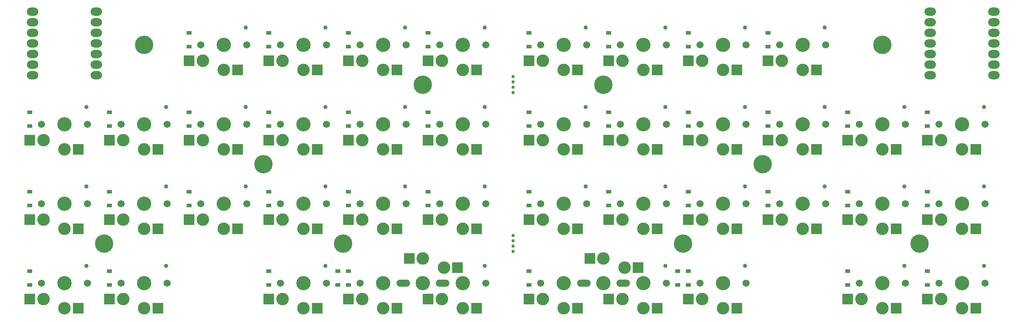
<source format=gbr>
%TF.GenerationSoftware,KiCad,Pcbnew,(6.0.1)*%
%TF.CreationDate,2022-12-03T11:16:14-05:00*%
%TF.ProjectId,DELPHI,44454c50-4849-42e6-9b69-6361645f7063,rev?*%
%TF.SameCoordinates,Original*%
%TF.FileFunction,Soldermask,Bot*%
%TF.FilePolarity,Negative*%
%FSLAX46Y46*%
G04 Gerber Fmt 4.6, Leading zero omitted, Abs format (unit mm)*
G04 Created by KiCad (PCBNEW (6.0.1)) date 2022-12-03 11:16:14*
%MOMM*%
%LPD*%
G01*
G04 APERTURE LIST*
%ADD10C,0.700000*%
%ADD11C,4.400000*%
%ADD12C,3.000000*%
%ADD13C,3.429000*%
%ADD14C,1.701800*%
%ADD15R,2.600000X2.600000*%
%ADD16C,0.990600*%
%ADD17C,0.787400*%
%ADD18O,3.302000X1.701800*%
%ADD19O,2.748280X1.998980*%
%ADD20R,1.200000X0.900000*%
G04 APERTURE END LIST*
D10*
%TO.C,REF\u002A\u002A*%
X120015000Y-53085000D03*
X118848274Y-50268274D03*
X118365000Y-51435000D03*
X121181726Y-52601726D03*
X121665000Y-51435000D03*
D11*
X120015000Y-51435000D03*
D10*
X120015000Y-49785000D03*
X121181726Y-50268274D03*
X118848274Y-52601726D03*
%TD*%
D12*
%TO.C,SW17*%
X105490000Y-102810000D03*
X110490000Y-105010000D03*
D13*
X110490000Y-99060000D03*
D14*
X104990000Y-99060000D03*
D15*
X113765000Y-105010000D03*
X102215000Y-102810000D03*
%TD*%
D10*
%TO.C,REF\u002A\u002A*%
X228220000Y-41910000D03*
D11*
X229870000Y-41910000D03*
D10*
X231036726Y-40743274D03*
X229870000Y-43560000D03*
X228703274Y-43076726D03*
X231520000Y-41910000D03*
X228703274Y-40743274D03*
X229870000Y-40260000D03*
X231036726Y-43076726D03*
%TD*%
D12*
%TO.C,SW5*%
X53340000Y-85960000D03*
D13*
X53340000Y-80010000D03*
D16*
X58560000Y-75810000D03*
D14*
X47840000Y-80010000D03*
X58840000Y-80010000D03*
D12*
X48340000Y-83760000D03*
D15*
X56615000Y-85960000D03*
X45065000Y-83760000D03*
%TD*%
D12*
%TO.C,SW25A*%
X168195000Y-95310000D03*
D13*
X163195000Y-99060000D03*
D12*
X163195000Y-93110000D03*
D15*
X159920000Y-93110000D03*
X171470000Y-95310000D03*
%TD*%
D16*
%TO.C,SW10*%
X96660000Y-37710000D03*
D12*
X86440000Y-45660000D03*
D14*
X85940000Y-41910000D03*
D12*
X91440000Y-47860000D03*
D14*
X96940000Y-41910000D03*
D13*
X91440000Y-41910000D03*
D15*
X94715000Y-47860000D03*
X83165000Y-45660000D03*
%TD*%
D10*
%TO.C,REF\u002A\u002A*%
X237593274Y-90701726D03*
X240410000Y-89535000D03*
X239926726Y-88368274D03*
X237593274Y-88368274D03*
X237110000Y-89535000D03*
X239926726Y-90701726D03*
X238760000Y-87885000D03*
D11*
X238760000Y-89535000D03*
D10*
X238760000Y-91185000D03*
%TD*%
D16*
%TO.C,SW28*%
X177940000Y-75810000D03*
D12*
X172720000Y-85960000D03*
X167720000Y-83760000D03*
D14*
X167220000Y-80010000D03*
X178220000Y-80010000D03*
D13*
X172720000Y-80010000D03*
D15*
X175995000Y-85960000D03*
X164445000Y-83760000D03*
%TD*%
D14*
%TO.C,SW33*%
X186270000Y-99060000D03*
D12*
X191770000Y-105010000D03*
D14*
X197270000Y-99060000D03*
D16*
X196990000Y-94860000D03*
D13*
X191770000Y-99060000D03*
D12*
X186770000Y-102810000D03*
D15*
X195045000Y-105010000D03*
X183495000Y-102810000D03*
%TD*%
D14*
%TO.C,SW27*%
X178220000Y-60960000D03*
D12*
X172720000Y-66910000D03*
D13*
X172720000Y-60960000D03*
D12*
X167720000Y-64710000D03*
D14*
X167220000Y-60960000D03*
D16*
X177940000Y-56760000D03*
D15*
X175995000Y-66910000D03*
X164445000Y-64710000D03*
%TD*%
D12*
%TO.C,SW4*%
X48340000Y-64710000D03*
D13*
X53340000Y-60960000D03*
D16*
X58560000Y-56760000D03*
D14*
X58840000Y-60960000D03*
X47840000Y-60960000D03*
D12*
X53340000Y-66910000D03*
D15*
X56615000Y-66910000D03*
X45065000Y-64710000D03*
%TD*%
D17*
%TO.C,*%
X141605000Y-53340000D03*
%TD*%
D10*
%TO.C,REF\u002A\u002A*%
X42648274Y-88368274D03*
X44981726Y-90701726D03*
X44981726Y-88368274D03*
X42648274Y-90701726D03*
X45465000Y-89535000D03*
X42165000Y-89535000D03*
D11*
X43815000Y-89535000D03*
D10*
X43815000Y-87885000D03*
X43815000Y-91185000D03*
%TD*%
D12*
%TO.C,SW2*%
X29290000Y-83760000D03*
X34290000Y-85960000D03*
D14*
X39790000Y-80010000D03*
D16*
X39510000Y-75810000D03*
D13*
X34290000Y-80010000D03*
D14*
X28790000Y-80010000D03*
D15*
X37565000Y-85960000D03*
X26015000Y-83760000D03*
%TD*%
D18*
%TO.C,*%
X167894000Y-99060000D03*
%TD*%
D16*
%TO.C,SW20*%
X134760000Y-75810000D03*
D13*
X129540000Y-80010000D03*
D12*
X124540000Y-83760000D03*
D14*
X124040000Y-80010000D03*
D12*
X129540000Y-85960000D03*
D14*
X135040000Y-80010000D03*
D15*
X132815000Y-85960000D03*
X121265000Y-83760000D03*
%TD*%
D10*
%TO.C,REF\u002A\u002A*%
X52173274Y-43076726D03*
X53340000Y-43560000D03*
X52173274Y-40743274D03*
X53340000Y-40260000D03*
X51690000Y-41910000D03*
D11*
X53340000Y-41910000D03*
D10*
X54506726Y-43076726D03*
X54506726Y-40743274D03*
X54990000Y-41910000D03*
%TD*%
D13*
%TO.C,SW23*%
X153670000Y-60960000D03*
D16*
X158890000Y-56760000D03*
D14*
X148170000Y-60960000D03*
X159170000Y-60960000D03*
D12*
X148670000Y-64710000D03*
X153670000Y-66910000D03*
D15*
X156945000Y-66910000D03*
X145395000Y-64710000D03*
%TD*%
D17*
%TO.C,*%
X141605000Y-49530000D03*
%TD*%
D12*
%TO.C,SW26*%
X172720000Y-47860000D03*
D16*
X177940000Y-37710000D03*
D12*
X167720000Y-45660000D03*
D14*
X178220000Y-41910000D03*
X167220000Y-41910000D03*
D13*
X172720000Y-41910000D03*
D15*
X175995000Y-47860000D03*
X164445000Y-45660000D03*
%TD*%
D12*
%TO.C,SW8*%
X67390000Y-64710000D03*
D16*
X77610000Y-56760000D03*
D14*
X77890000Y-60960000D03*
D13*
X72390000Y-60960000D03*
D12*
X72390000Y-66910000D03*
D14*
X66890000Y-60960000D03*
D15*
X75665000Y-66910000D03*
X64115000Y-64710000D03*
%TD*%
D11*
%TO.C,REF\u002A\u002A*%
X100965000Y-89535000D03*
D10*
X99798274Y-90701726D03*
X99315000Y-89535000D03*
X100965000Y-87885000D03*
X102131726Y-88368274D03*
X99798274Y-88368274D03*
X100965000Y-91185000D03*
X102615000Y-89535000D03*
X102131726Y-90701726D03*
%TD*%
D12*
%TO.C,SW24*%
X148670000Y-83760000D03*
X153670000Y-85960000D03*
D14*
X148170000Y-80010000D03*
D16*
X158890000Y-75810000D03*
D13*
X153670000Y-80010000D03*
D14*
X159170000Y-80010000D03*
D15*
X156945000Y-85960000D03*
X145395000Y-83760000D03*
%TD*%
D13*
%TO.C,SW12*%
X91440000Y-80010000D03*
D16*
X96660000Y-75810000D03*
D14*
X85940000Y-80010000D03*
D12*
X86440000Y-83760000D03*
D14*
X96940000Y-80010000D03*
D12*
X91440000Y-85960000D03*
D15*
X94715000Y-85960000D03*
X83165000Y-83760000D03*
%TD*%
D13*
%TO.C,SW19*%
X129540000Y-60960000D03*
D14*
X124040000Y-60960000D03*
D16*
X134760000Y-56760000D03*
D12*
X129540000Y-66910000D03*
X124540000Y-64710000D03*
D14*
X135040000Y-60960000D03*
D15*
X132815000Y-66910000D03*
X121265000Y-64710000D03*
%TD*%
D13*
%TO.C,SW6*%
X53340000Y-99060000D03*
D12*
X48340000Y-102810000D03*
D14*
X47840000Y-99060000D03*
D12*
X53340000Y-105010000D03*
D16*
X58560000Y-94860000D03*
D14*
X58840000Y-99060000D03*
D15*
X56615000Y-105010000D03*
X45065000Y-102810000D03*
%TD*%
D17*
%TO.C,*%
X141605000Y-91440000D03*
%TD*%
D12*
%TO.C,SW7*%
X72390000Y-47860000D03*
D13*
X72390000Y-41910000D03*
D14*
X77890000Y-41910000D03*
D12*
X67390000Y-45660000D03*
D14*
X66890000Y-41910000D03*
D16*
X77610000Y-37710000D03*
D15*
X75665000Y-47860000D03*
X64115000Y-45660000D03*
%TD*%
D13*
%TO.C,SW25*%
X153670000Y-99060000D03*
D12*
X148670000Y-102810000D03*
D14*
X148170000Y-99060000D03*
D12*
X153670000Y-105010000D03*
D15*
X156945000Y-105010000D03*
X145395000Y-102810000D03*
%TD*%
D14*
%TO.C,SW34*%
X216320000Y-41910000D03*
D12*
X205820000Y-45660000D03*
D16*
X216040000Y-37710000D03*
D13*
X210820000Y-41910000D03*
D14*
X205320000Y-41910000D03*
D12*
X210820000Y-47860000D03*
D15*
X214095000Y-47860000D03*
X202545000Y-45660000D03*
%TD*%
D12*
%TO.C,SW18*%
X129540000Y-47860000D03*
D13*
X129540000Y-41910000D03*
D14*
X135040000Y-41910000D03*
X124040000Y-41910000D03*
D16*
X134760000Y-37710000D03*
D12*
X124540000Y-45660000D03*
D15*
X132815000Y-47860000D03*
X121265000Y-45660000D03*
%TD*%
D11*
%TO.C,REF\u002A\u002A*%
X163195000Y-51435000D03*
D10*
X162028274Y-52601726D03*
X163195000Y-53085000D03*
X161545000Y-51435000D03*
X164845000Y-51435000D03*
X164361726Y-50268274D03*
X162028274Y-50268274D03*
X164361726Y-52601726D03*
X163195000Y-49785000D03*
%TD*%
D12*
%TO.C,SW21A*%
X120015000Y-93110000D03*
X125015000Y-95310000D03*
D13*
X120015000Y-99060000D03*
D15*
X116740000Y-93110000D03*
X128290000Y-95310000D03*
%TD*%
D16*
%TO.C,SW37*%
X235090000Y-56760000D03*
D12*
X229870000Y-66910000D03*
D14*
X235370000Y-60960000D03*
D12*
X224870000Y-64710000D03*
D13*
X229870000Y-60960000D03*
D14*
X224370000Y-60960000D03*
D15*
X233145000Y-66910000D03*
X221595000Y-64710000D03*
%TD*%
D16*
%TO.C,SW9*%
X77610000Y-75810000D03*
D12*
X72390000Y-85960000D03*
D14*
X66890000Y-80010000D03*
D13*
X72390000Y-80010000D03*
D12*
X67390000Y-83760000D03*
D14*
X77890000Y-80010000D03*
D15*
X75665000Y-85960000D03*
X64115000Y-83760000D03*
%TD*%
D16*
%TO.C,SW36*%
X216040000Y-75810000D03*
D14*
X205320000Y-80010000D03*
D12*
X210820000Y-85960000D03*
D14*
X216320000Y-80010000D03*
D12*
X205820000Y-83760000D03*
D13*
X210820000Y-80010000D03*
D15*
X214095000Y-85960000D03*
X202545000Y-83760000D03*
%TD*%
D18*
%TO.C,*%
X115316000Y-99060000D03*
%TD*%
D12*
%TO.C,SW21*%
X124540000Y-102810000D03*
D14*
X135040000Y-99060000D03*
D12*
X129540000Y-105010000D03*
D13*
X129540000Y-99060000D03*
D16*
X134760000Y-94860000D03*
D15*
X132815000Y-105010000D03*
X121265000Y-102810000D03*
%TD*%
D10*
%TO.C,REF\u002A\u002A*%
X199645000Y-70485000D03*
X202461726Y-71651726D03*
D11*
X201295000Y-70485000D03*
D10*
X201295000Y-68835000D03*
X202461726Y-69318274D03*
X202945000Y-70485000D03*
X200128274Y-71651726D03*
X201295000Y-72135000D03*
X200128274Y-69318274D03*
%TD*%
D16*
%TO.C,SW3*%
X39510000Y-94860000D03*
D12*
X34290000Y-105010000D03*
X29290000Y-102810000D03*
D14*
X28790000Y-99060000D03*
D13*
X34290000Y-99060000D03*
D14*
X39790000Y-99060000D03*
D15*
X37565000Y-105010000D03*
X26015000Y-102810000D03*
%TD*%
D18*
%TO.C,*%
X158496000Y-99060000D03*
%TD*%
D17*
%TO.C,*%
X141605000Y-90170000D03*
%TD*%
%TO.C,*%
X141605000Y-50800000D03*
%TD*%
D14*
%TO.C,SW32*%
X186270000Y-80010000D03*
D13*
X191770000Y-80010000D03*
D12*
X186770000Y-83760000D03*
X191770000Y-85960000D03*
D14*
X197270000Y-80010000D03*
D16*
X196990000Y-75810000D03*
D15*
X195045000Y-85960000D03*
X183495000Y-83760000D03*
%TD*%
D14*
%TO.C,SW35*%
X216320000Y-60960000D03*
D12*
X205820000Y-64710000D03*
D13*
X210820000Y-60960000D03*
D14*
X205320000Y-60960000D03*
D12*
X210820000Y-66910000D03*
D16*
X216040000Y-56760000D03*
D15*
X214095000Y-66910000D03*
X202545000Y-64710000D03*
%TD*%
D10*
%TO.C,REF\u002A\u002A*%
X80748274Y-69318274D03*
X80265000Y-70485000D03*
X81915000Y-72135000D03*
D11*
X81915000Y-70485000D03*
D10*
X83081726Y-69318274D03*
X83081726Y-71651726D03*
X81915000Y-68835000D03*
X80748274Y-71651726D03*
X83565000Y-70485000D03*
%TD*%
D14*
%TO.C,SW38*%
X235370000Y-80010000D03*
D13*
X229870000Y-80010000D03*
D12*
X224870000Y-83760000D03*
D16*
X235090000Y-75810000D03*
D12*
X229870000Y-85960000D03*
D14*
X224370000Y-80010000D03*
D15*
X233145000Y-85960000D03*
X221595000Y-83760000D03*
%TD*%
D13*
%TO.C,SW39*%
X229870000Y-99060000D03*
D14*
X235370000Y-99060000D03*
D16*
X235090000Y-94860000D03*
D14*
X224370000Y-99060000D03*
D12*
X224870000Y-102810000D03*
X229870000Y-105010000D03*
D15*
X233145000Y-105010000D03*
X221595000Y-102810000D03*
%TD*%
D17*
%TO.C,*%
X141605000Y-88900000D03*
%TD*%
D12*
%TO.C,SW40*%
X243920000Y-64710000D03*
D14*
X254420000Y-60960000D03*
X243420000Y-60960000D03*
D12*
X248920000Y-66910000D03*
D13*
X248920000Y-60960000D03*
D16*
X254140000Y-56760000D03*
D15*
X252195000Y-66910000D03*
X240645000Y-64710000D03*
%TD*%
D12*
%TO.C,SW14*%
X105490000Y-45660000D03*
D14*
X104990000Y-41910000D03*
X115990000Y-41910000D03*
D12*
X110490000Y-47860000D03*
D16*
X115710000Y-37710000D03*
D13*
X110490000Y-41910000D03*
D15*
X113765000Y-47860000D03*
X102215000Y-45660000D03*
%TD*%
D14*
%TO.C,SW22*%
X159170000Y-41910000D03*
D13*
X153670000Y-41910000D03*
D12*
X153670000Y-47860000D03*
X148670000Y-45660000D03*
D16*
X158890000Y-37710000D03*
D14*
X148170000Y-41910000D03*
D15*
X156945000Y-47860000D03*
X145395000Y-45660000D03*
%TD*%
D12*
%TO.C,SW11*%
X91440000Y-66910000D03*
D14*
X85940000Y-60960000D03*
D16*
X96660000Y-56760000D03*
D14*
X96940000Y-60960000D03*
D13*
X91440000Y-60960000D03*
D12*
X86440000Y-64710000D03*
D15*
X94715000Y-66910000D03*
X83165000Y-64710000D03*
%TD*%
D14*
%TO.C,SW13*%
X96940000Y-99060000D03*
X85940000Y-99060000D03*
D12*
X91440000Y-105010000D03*
X86440000Y-102810000D03*
D16*
X96660000Y-94860000D03*
D13*
X91440000Y-99060000D03*
D15*
X94715000Y-105010000D03*
X83165000Y-102810000D03*
%TD*%
D12*
%TO.C,SW42*%
X248920000Y-105010000D03*
D14*
X254420000Y-99060000D03*
D16*
X254140000Y-94860000D03*
D14*
X243420000Y-99060000D03*
D13*
X248920000Y-99060000D03*
D12*
X243920000Y-102810000D03*
D15*
X252195000Y-105010000D03*
X240645000Y-102810000D03*
%TD*%
D14*
%TO.C,SW31*%
X197270000Y-60960000D03*
D16*
X196990000Y-56760000D03*
D12*
X191770000Y-66910000D03*
D14*
X186270000Y-60960000D03*
D12*
X186770000Y-64710000D03*
D13*
X191770000Y-60960000D03*
D15*
X195045000Y-66910000D03*
X183495000Y-64710000D03*
%TD*%
D14*
%TO.C,SW30*%
X197270000Y-41910000D03*
X186270000Y-41910000D03*
D13*
X191770000Y-41910000D03*
D12*
X186770000Y-45660000D03*
X191770000Y-47860000D03*
D16*
X196990000Y-37710000D03*
D15*
X195045000Y-47860000D03*
X183495000Y-45660000D03*
%TD*%
D17*
%TO.C,*%
X141605000Y-87630000D03*
%TD*%
D12*
%TO.C,SW15*%
X105490000Y-64710000D03*
D14*
X115990000Y-60960000D03*
D16*
X115710000Y-56760000D03*
D13*
X110490000Y-60960000D03*
D14*
X104990000Y-60960000D03*
D12*
X110490000Y-66910000D03*
D15*
X113765000Y-66910000D03*
X102215000Y-64710000D03*
%TD*%
D13*
%TO.C,SW1*%
X34290000Y-60960000D03*
D14*
X28790000Y-60960000D03*
X39790000Y-60960000D03*
D12*
X34290000Y-66910000D03*
X29290000Y-64710000D03*
D16*
X39510000Y-56760000D03*
D15*
X37565000Y-66910000D03*
X26015000Y-64710000D03*
%TD*%
D10*
%TO.C,REF\u002A\u002A*%
X183895000Y-89535000D03*
X182245000Y-87885000D03*
D11*
X182245000Y-89535000D03*
D10*
X183411726Y-90701726D03*
X181078274Y-88368274D03*
X181078274Y-90701726D03*
X183411726Y-88368274D03*
X182245000Y-91185000D03*
X180595000Y-89535000D03*
%TD*%
D17*
%TO.C,*%
X141605000Y-52070000D03*
%TD*%
D16*
%TO.C,SW29*%
X177940000Y-94860000D03*
D12*
X172720000Y-105010000D03*
X167720000Y-102810000D03*
D13*
X172720000Y-99060000D03*
D14*
X178220000Y-99060000D03*
D15*
X175995000Y-105010000D03*
X164445000Y-102810000D03*
%TD*%
D14*
%TO.C,SW16*%
X104990000Y-80010000D03*
D13*
X110490000Y-80010000D03*
D14*
X115990000Y-80010000D03*
D12*
X110490000Y-85960000D03*
D16*
X115710000Y-75810000D03*
D12*
X105490000Y-83760000D03*
D15*
X113765000Y-85960000D03*
X102215000Y-83760000D03*
%TD*%
D18*
%TO.C,*%
X124714000Y-99060000D03*
%TD*%
D14*
%TO.C,SW41*%
X243420000Y-80010000D03*
D12*
X248920000Y-85960000D03*
X243920000Y-83760000D03*
D13*
X248920000Y-80010000D03*
D16*
X254140000Y-75810000D03*
D14*
X254420000Y-80010000D03*
D15*
X252195000Y-85960000D03*
X240645000Y-83760000D03*
%TD*%
D19*
%TO.C,U2*%
X256547620Y-33952180D03*
X256547620Y-36492180D03*
X256547620Y-39032180D03*
X256547620Y-41572180D03*
X256547620Y-44112180D03*
X256547620Y-46652180D03*
X256547620Y-49192180D03*
X241307620Y-49192180D03*
X241307620Y-46652180D03*
X241307620Y-44112180D03*
X241307620Y-41572180D03*
X241307620Y-39032180D03*
X241307620Y-36492180D03*
X241307620Y-33952180D03*
%TD*%
D20*
%TO.C,D26*%
X164465000Y-38990000D03*
X164465000Y-42290000D03*
%TD*%
%TO.C,D16*%
X102235000Y-77090000D03*
X102235000Y-80390000D03*
%TD*%
%TO.C,D4*%
X45085000Y-58040000D03*
X45085000Y-61340000D03*
%TD*%
%TO.C,D36*%
X202565000Y-77090000D03*
X202565000Y-80390000D03*
%TD*%
%TO.C,D3*%
X26035000Y-96140000D03*
X26035000Y-99440000D03*
%TD*%
%TO.C,D42*%
X240665000Y-96140000D03*
X240665000Y-99440000D03*
%TD*%
%TO.C,D35*%
X202565000Y-58040000D03*
X202565000Y-61340000D03*
%TD*%
%TO.C,D23*%
X145415000Y-58040000D03*
X145415000Y-61340000D03*
%TD*%
%TO.C,D10*%
X83185000Y-38990000D03*
X83185000Y-42290000D03*
%TD*%
%TO.C,D5*%
X45085000Y-77090000D03*
X45085000Y-80390000D03*
%TD*%
%TO.C,D27*%
X164465000Y-58040000D03*
X164465000Y-61340000D03*
%TD*%
%TO.C,D20*%
X121285000Y-77090000D03*
X121285000Y-80390000D03*
%TD*%
%TO.C,D9*%
X64135000Y-77090000D03*
X64135000Y-80390000D03*
%TD*%
%TO.C,D29*%
X180975000Y-96140000D03*
X180975000Y-99440000D03*
%TD*%
%TO.C,D40*%
X240665000Y-58040000D03*
X240665000Y-61340000D03*
%TD*%
%TO.C,D22*%
X145415000Y-38990000D03*
X145415000Y-42290000D03*
%TD*%
%TO.C,D8*%
X64135000Y-58040000D03*
X64135000Y-61340000D03*
%TD*%
%TO.C,D15*%
X102235000Y-58040000D03*
X102235000Y-61340000D03*
%TD*%
%TO.C,D1*%
X26035000Y-58040000D03*
X26035000Y-61340000D03*
%TD*%
%TO.C,D7*%
X64135000Y-38990000D03*
X64135000Y-42290000D03*
%TD*%
%TO.C,D17*%
X102235000Y-96140000D03*
X102235000Y-99440000D03*
%TD*%
%TO.C,D39*%
X221615000Y-96140000D03*
X221615000Y-99440000D03*
%TD*%
%TO.C,D12*%
X83185000Y-77090000D03*
X83185000Y-80390000D03*
%TD*%
%TO.C,D11*%
X83185000Y-58040000D03*
X83185000Y-61340000D03*
%TD*%
%TO.C,D24*%
X145415000Y-77090000D03*
X145415000Y-80390000D03*
%TD*%
%TO.C,D28*%
X164465000Y-77090000D03*
X164465000Y-80390000D03*
%TD*%
%TO.C,D34*%
X202565000Y-38990000D03*
X202565000Y-42290000D03*
%TD*%
%TO.C,D32*%
X183515000Y-77090000D03*
X183515000Y-80390000D03*
%TD*%
%TO.C,D2*%
X26035000Y-77090000D03*
X26035000Y-80390000D03*
%TD*%
%TO.C,D33*%
X183515000Y-96140000D03*
X183515000Y-99440000D03*
%TD*%
%TO.C,D37*%
X221615000Y-58040000D03*
X221615000Y-61340000D03*
%TD*%
%TO.C,D30*%
X183515000Y-38990000D03*
X183515000Y-42290000D03*
%TD*%
%TO.C,D14*%
X102235000Y-38990000D03*
X102235000Y-42290000D03*
%TD*%
%TO.C,D6*%
X45085000Y-96140000D03*
X45085000Y-99440000D03*
%TD*%
%TO.C,D21*%
X99695000Y-96140000D03*
X99695000Y-99440000D03*
%TD*%
%TO.C,D19*%
X121285000Y-58040000D03*
X121285000Y-61340000D03*
%TD*%
D19*
%TO.C,U1*%
X41917620Y-33952180D03*
X41917620Y-36492180D03*
X41917620Y-39032180D03*
X41917620Y-41572180D03*
X41917620Y-44112180D03*
X41917620Y-46652180D03*
X41917620Y-49192180D03*
X26677620Y-49192180D03*
X26677620Y-46652180D03*
X26677620Y-44112180D03*
X26677620Y-41572180D03*
X26677620Y-39032180D03*
X26677620Y-36492180D03*
X26677620Y-33952180D03*
%TD*%
D20*
%TO.C,D41*%
X240665000Y-77090000D03*
X240665000Y-80390000D03*
%TD*%
%TO.C,D13*%
X83185000Y-96140000D03*
X83185000Y-99440000D03*
%TD*%
%TO.C,D31*%
X183515000Y-58040000D03*
X183515000Y-61340000D03*
%TD*%
%TO.C,D25*%
X145415000Y-96140000D03*
X145415000Y-99440000D03*
%TD*%
%TO.C,D38*%
X221615000Y-77090000D03*
X221615000Y-80390000D03*
%TD*%
%TO.C,D18*%
X121285000Y-38990000D03*
X121285000Y-42290000D03*
%TD*%
M02*

</source>
